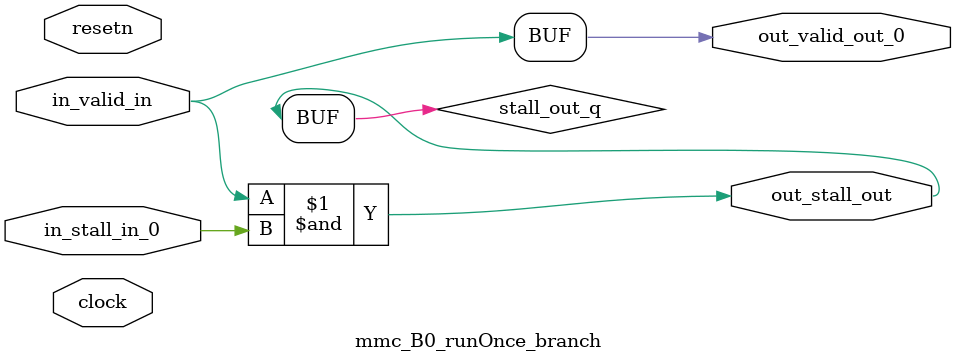
<source format=sv>



(* altera_attribute = "-name AUTO_SHIFT_REGISTER_RECOGNITION OFF; -name MESSAGE_DISABLE 10036; -name MESSAGE_DISABLE 10037; -name MESSAGE_DISABLE 14130; -name MESSAGE_DISABLE 14320; -name MESSAGE_DISABLE 15400; -name MESSAGE_DISABLE 14130; -name MESSAGE_DISABLE 10036; -name MESSAGE_DISABLE 12020; -name MESSAGE_DISABLE 12030; -name MESSAGE_DISABLE 12010; -name MESSAGE_DISABLE 12110; -name MESSAGE_DISABLE 14320; -name MESSAGE_DISABLE 13410; -name MESSAGE_DISABLE 113007; -name MESSAGE_DISABLE 10958" *)
module mmc_B0_runOnce_branch (
    input wire [0:0] in_stall_in_0,
    input wire [0:0] in_valid_in,
    output wire [0:0] out_stall_out,
    output wire [0:0] out_valid_out_0,
    input wire clock,
    input wire resetn
    );

    wire [0:0] stall_out_q;


    // stall_out(LOGICAL,6)
    assign stall_out_q = in_valid_in & in_stall_in_0;

    // out_stall_out(GPOUT,4)
    assign out_stall_out = stall_out_q;

    // out_valid_out_0(GPOUT,5)
    assign out_valid_out_0 = in_valid_in;

endmodule

</source>
